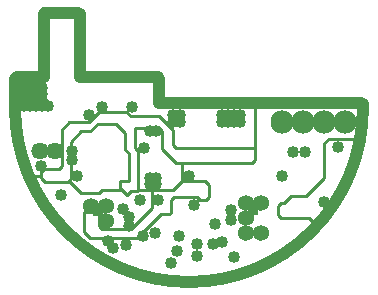
<source format=gbr>
G04 Layer_Physical_Order=3*
G04 Layer_Color=128*
%FSLAX25Y25*%
%MOIN*%
%TF.FileFunction,Copper,L3,Inr,Plane*%
%TF.Part,Single*%
G01*
G75*
%ADD29C,0.01000*%
%ADD38C,0.04000*%
%ADD39C,0.04000*%
%TA.AperFunction,ViaPad*%
%ADD42C,0.05362*%
%TA.AperFunction,ConnectorPad*%
%ADD43C,0.05756*%
%TA.AperFunction,ConnectorPad*%
%ADD44C,0.07724*%
%TA.AperFunction,ViaPad*%
%ADD45C,0.04000*%
%ADD46R,0.03500X0.03000*%
%ADD47R,0.03500X0.03500*%
D29*
X411419Y261000D02*
X414057Y258362D01*
X402000Y261000D02*
X411419D01*
X401000Y262000D02*
X402000Y261000D01*
X401000Y262000D02*
Y265000D01*
X402000Y266000D01*
X418000Y287500D02*
X428500D01*
X416500Y286000D02*
X418000Y287500D01*
X416500Y274500D02*
Y286000D01*
X410500Y268500D02*
X416500Y274500D01*
X405500Y268500D02*
X410500D01*
X403000Y266000D02*
X405500Y268500D01*
X402000Y266000D02*
X403000D01*
X336500Y256500D02*
Y263000D01*
Y256500D02*
X338500Y254500D01*
X354000D01*
X362000Y262500D01*
X365000D01*
X365500Y263000D01*
Y267000D01*
X366500Y268000D01*
X371000D01*
X374000D01*
X375000Y267000D01*
X377000D01*
X378000Y268000D01*
Y272000D01*
X376721Y273279D02*
X378000Y272000D01*
X369000Y273279D02*
X376721D01*
X359000Y264500D02*
Y270529D01*
X352000Y257500D02*
X359000Y264500D01*
X342500Y257500D02*
X352000D01*
X341500Y258500D02*
X342500Y257500D01*
X341500Y258500D02*
Y262000D01*
X340500Y263000D02*
X341500Y262000D01*
X336500Y263000D02*
X340500D01*
X350750Y268750D02*
X352221Y270221D01*
X318385Y275000D02*
X322000D01*
X331500Y273500D02*
X335500Y269500D01*
X341500D01*
X342500Y270500D01*
X348500D01*
X354500D02*
X354529Y270529D01*
X366250D01*
X369000Y273279D01*
Y279500D01*
X393500Y284000D02*
Y299000D01*
X348500Y291000D02*
X350000Y289500D01*
Y284000D02*
Y289500D01*
Y284000D02*
X351500Y282500D01*
Y273500D02*
Y282500D01*
X348500Y273500D02*
X351500D01*
X348500Y271000D02*
Y273500D01*
Y271000D02*
X350750Y268750D01*
X352221Y270221D02*
X354500D01*
Y283510D01*
X353500Y284510D02*
X354500Y283510D01*
X353500Y284510D02*
Y291000D01*
X361500D01*
X367000Y284500D02*
X382500D01*
X366000Y285500D02*
X367000Y284500D01*
X366000Y285500D02*
Y290500D01*
X361500Y295000D02*
X366000Y290500D01*
X352000Y295000D02*
X361500D01*
X350500Y296500D02*
X352000Y295000D01*
X341500Y296500D02*
X350500D01*
X338000Y293000D02*
X341500Y296500D01*
X331500Y293000D02*
X338000D01*
X329000Y290500D02*
X331500Y293000D01*
X329000Y278500D02*
Y290500D01*
X328000Y277500D02*
X329000Y278500D01*
X323000Y277500D02*
X328000D01*
X322000Y276500D02*
X323000Y277500D01*
X322000Y274500D02*
Y276500D01*
Y274500D02*
X323500Y273000D01*
X331000D01*
X332000Y274000D01*
Y286500D01*
X335500Y290000D01*
X338500D01*
X341000Y292500D01*
X347000D01*
X348500Y291000D01*
X361500D02*
X362500Y290000D01*
Y284000D02*
Y290000D01*
Y284000D02*
X367000Y279500D01*
X392500D01*
X393500Y280500D01*
Y284000D01*
X393000Y284500D02*
X393500Y284000D01*
X382500Y284500D02*
X393000D01*
D38*
X313498Y298001D02*
G03*
X429461Y297721I57981J-281D01*
G01*
Y299000D02*
G03*
X428960Y299501I-501J0D01*
G01*
X361502Y307500D02*
G03*
X361000Y308001I-501J0D01*
G01*
X335001Y329000D02*
G03*
X334500Y329502I-501J0D01*
G01*
X323500D02*
G03*
X322998Y329000I0J-501D01*
G01*
X314000Y308001D02*
G03*
X313498Y307500I0J-501D01*
G01*
X429461Y297721D02*
Y299000D01*
X361502Y299501D02*
X428960D01*
X361502D02*
Y307500D01*
X335001Y308001D02*
X361000D01*
X335001D02*
Y329000D01*
X323500Y329502D02*
X334500D01*
X322998Y308001D02*
Y329000D01*
X314000Y308001D02*
X322998D01*
X313498Y297999D02*
Y307500D01*
D39*
X361502Y307500D02*
D03*
D42*
X343901Y265000D02*
D03*
Y260000D02*
D03*
X338901Y265000D02*
D03*
X395401Y256000D02*
D03*
X390401D02*
D03*
Y261000D02*
D03*
X395401Y266000D02*
D03*
X390401D02*
D03*
D43*
X326894Y283500D02*
D03*
X321894D02*
D03*
D44*
X423394Y293000D02*
D03*
X416394D02*
D03*
X409394D02*
D03*
X402394D02*
D03*
D45*
X416480Y266520D02*
D03*
X402500Y275000D02*
D03*
X421000Y284673D02*
D03*
X373280Y265534D02*
D03*
X385404Y263596D02*
D03*
X361000Y267000D02*
D03*
X344500Y253500D02*
D03*
X379500Y252500D02*
D03*
X380000Y259000D02*
D03*
X371500Y275000D02*
D03*
X350500Y252173D02*
D03*
X368000Y255000D02*
D03*
X360000Y256000D02*
D03*
X346000Y251000D02*
D03*
X356102Y255102D02*
D03*
X351500Y258500D02*
D03*
Y261500D02*
D03*
X355173Y267000D02*
D03*
X349500Y264000D02*
D03*
X358500Y272500D02*
D03*
X365500Y246000D02*
D03*
X367500Y250000D02*
D03*
X374000Y248500D02*
D03*
X385500Y260500D02*
D03*
X374240Y252240D02*
D03*
X386500Y248000D02*
D03*
X382559Y252941D02*
D03*
X328827Y268827D02*
D03*
X334000Y275000D02*
D03*
X332500Y280500D02*
D03*
Y283500D02*
D03*
X406000Y283000D02*
D03*
X410000D02*
D03*
X388500Y295500D02*
D03*
Y293000D02*
D03*
X386500D02*
D03*
X384500D02*
D03*
X382500D02*
D03*
X386500Y295500D02*
D03*
X384500D02*
D03*
X382500D02*
D03*
X366000D02*
D03*
X368500D02*
D03*
X366000Y293000D02*
D03*
X368500D02*
D03*
X322000Y278500D02*
D03*
X324500Y298500D02*
D03*
X316500D02*
D03*
X318500D02*
D03*
X320500D02*
D03*
X322500D02*
D03*
Y300500D02*
D03*
X320500D02*
D03*
X318500D02*
D03*
X316500D02*
D03*
Y302500D02*
D03*
X318500D02*
D03*
X320500D02*
D03*
X322500D02*
D03*
Y304500D02*
D03*
X320500D02*
D03*
X318500D02*
D03*
X316500D02*
D03*
X338000Y295500D02*
D03*
X342500Y298000D02*
D03*
X356500Y284500D02*
D03*
X352500Y298000D02*
D03*
X358500Y274500D02*
D03*
X360500D02*
D03*
Y272500D02*
D03*
X358500Y290000D02*
D03*
X360500D02*
D03*
D46*
X341250Y263000D02*
D03*
D47*
X392750Y263750D02*
D03*
%TF.MD5,ED458737FA57C049A8EEF129362F6762*%
M02*

</source>
